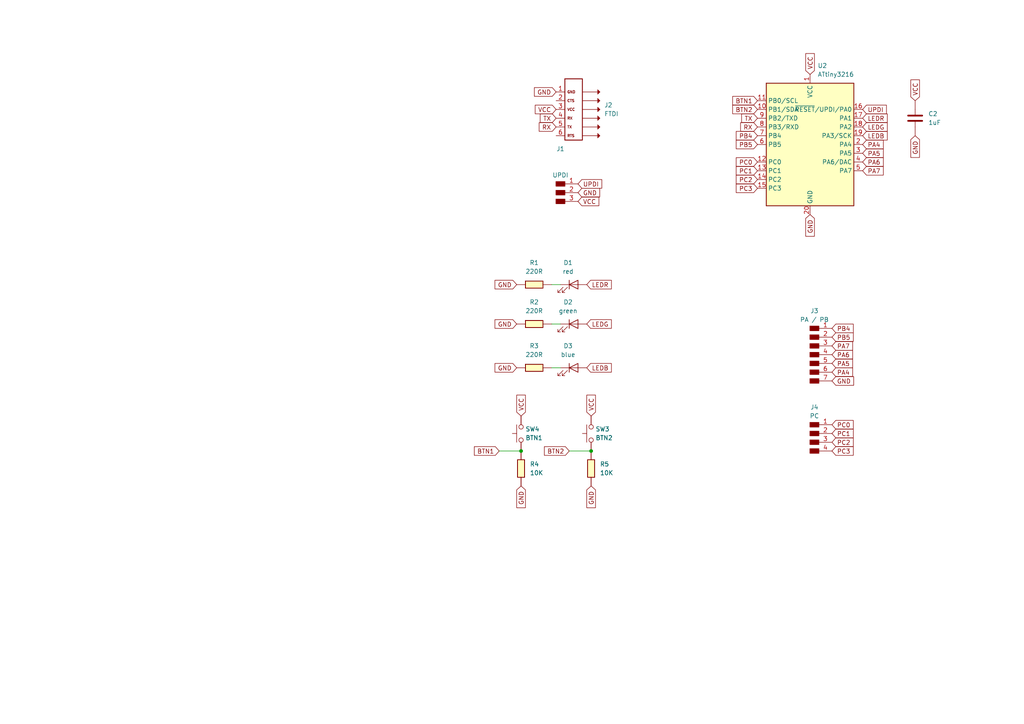
<source format=kicad_sch>
(kicad_sch (version 20231120) (generator "eeschema") (generator_version "8.0")
  (paper "A4")
  (lib_symbols
    (symbol "fab:C_1206" (pin_numbers hide)
      (property "Reference" "C" (at 0.635 2.54 0))
      (property "Value" "C_1206" (at 0.635 -2.54 0))
      (symbol "C_1206_0_1"
        (polyline (pts (xy -2.032 -0.762) (xy 2.032 -0.762)) (stroke (width 0.508)))
        (polyline (pts (xy -2.032 0.762) (xy 2.032 0.762)) (stroke (width 0.508)))
        (polyline (pts (xy 0 -0.635) (xy 0 -2.54)))
        (polyline (pts (xy 0 0.635) (xy 0 2.54)))
      )
      (symbol "C_1206_1_1"
        (pin passive line (at 0 5.08 270) (length 2.54) (name "~") (number "1"))
        (pin passive line (at 0 -5.08 90) (length 2.54) (name "~") (number "2"))
      )
    )
    (symbol "fab:Conn_PinHeader_1x03_P2.54mm_Horizontal_SMD" (pin_names hide)
      (property "Reference" "J" (at 0 5.08 0))
      (property "Value" "Conn_PinHeader_1x03_P2.54mm_Horizontal_SMD" (at 0 -5.08 0))
      (symbol "Conn_PinHeader_1x03_P2.54mm_Horizontal_SMD_1_1"
        (rectangle (start -1.27 -1.905) (end 1.27 -3.175) (stroke (width 0.254)) (fill (type outline)))
        (rectangle (start -1.27 0.635) (end 1.27 -0.635) (stroke (width 0.254)) (fill (type outline)))
        (rectangle (start -1.27 3.175) (end 1.27 1.905) (stroke (width 0.254)) (fill (type outline)))
        (pin passive line (at 5.08 2.54 180) (length 3.81) (name "Pin_1") (number "1"))
        (pin passive line (at 5.08 0 180) (length 3.81) (name "Pin_2") (number "2"))
        (pin passive line (at 5.08 -2.54 180) (length 3.81) (name "Pin_3") (number "3"))
      )
    )
    (symbol "fab:Conn_PinHeader_1x04_P2.54mm_Vertical_THT_D1mm" (pin_names hide)
      (property "Reference" "J" (at 0 5.08 0))
      (property "Value" "Conn_PinHeader_1x04_P2.54mm_Vertical_THT_D1mm" (at 0 -7.62 0))
      (symbol "Conn_PinHeader_1x04_P2.54mm_Vertical_THT_D1mm_1_1"
        (rectangle (start -1.27 -4.445) (end 1.27 -5.715) (stroke (width 0.254)) (fill (type outline)))
        (rectangle (start -1.27 -1.905) (end 1.27 -3.175) (stroke (width 0.254)) (fill (type outline)))
        (rectangle (start -1.27 0.635) (end 1.27 -0.635) (stroke (width 0.254)) (fill (type outline)))
        (rectangle (start -1.27 3.175) (end 1.27 1.905) (stroke (width 0.254)) (fill (type outline)))
        (pin passive line (at 5.08 2.54 180) (length 3.81) (name "Pin_1") (number "1"))
        (pin passive line (at 5.08 0 180) (length 3.81) (name "Pin_2") (number "2"))
        (pin passive line (at 5.08 -2.54 180) (length 3.81) (name "Pin_3") (number "3"))
        (pin passive line (at 5.08 -5.08 180) (length 3.81) (name "Pin_4") (number "4"))
      )
    )
    (symbol "fab:Conn_PinHeader_1x07_P2.54mm_Horizontal_SMD" (pin_names hide)
      (property "Reference" "J" (at 0 10.16 0))
      (property "Value" "Conn_PinHeader_1x07_P2.54mm_Horizontal_SMD" (at 0 -10.16 0))
      (symbol "Conn_PinHeader_1x07_P2.54mm_Horizontal_SMD_1_1"
        (rectangle (start -1.27 -6.985) (end 1.27 -8.255) (stroke (width 0.254)) (fill (type outline)))
        (rectangle (start -1.27 -4.445) (end 1.27 -5.715) (stroke (width 0.254)) (fill (type outline)))
        (rectangle (start -1.27 -1.905) (end 1.27 -3.175) (stroke (width 0.254)) (fill (type outline)))
        (rectangle (start -1.27 0.635) (end 1.27 -0.635) (stroke (width 0.254)) (fill (type outline)))
        (rectangle (start -1.27 3.175) (end 1.27 1.905) (stroke (width 0.254)) (fill (type outline)))
        (rectangle (start -1.27 5.715) (end 1.27 4.445) (stroke (width 0.254)) (fill (type outline)))
        (rectangle (start -1.27 8.255) (end 1.27 6.985) (stroke (width 0.254)) (fill (type outline)))
        (pin passive line (at 5.08 7.62 180) (length 3.81) (name "Pin_1") (number "1"))
        (pin passive line (at 5.08 5.08 180) (length 3.81) (name "Pin_2") (number "2"))
        (pin passive line (at 5.08 2.54 180) (length 3.81) (name "Pin_3") (number "3"))
        (pin passive line (at 5.08 0 180) (length 3.81) (name "Pin_4") (number "4"))
        (pin passive line (at 5.08 -2.54 180) (length 3.81) (name "Pin_5") (number "5"))
        (pin passive line (at 5.08 -5.08 180) (length 3.81) (name "Pin_6") (number "6"))
        (pin passive line (at 5.08 -7.62 180) (length 3.81) (name "Pin_7") (number "7"))
      )
    )
    (symbol "fab:Conn_PinHeader_FTDI_1x06_P2.54mm_Horizontal_SMD"
      (property "Reference" "J" (at 0 10.16 0))
      (property "Value" "Conn_PinHeader_FTDI_1x06_P2.54mm_Horizontal_SMD" (at 0 -10.16 0))
      (symbol "Conn_PinHeader_FTDI_1x06_P2.54mm_Horizontal_SMD_0_0"
        (polyline (pts (xy 2.54 -7.62) (xy 7.62 -7.62)))
        (polyline (pts (xy 2.54 -5.08) (xy 7.62 -5.08)))
        (polyline (pts (xy 2.54 -2.54) (xy 7.62 -2.54)))
        (polyline (pts (xy 2.54 0) (xy 7.62 0)))
        (polyline (pts (xy 2.54 2.54) (xy 7.62 2.54)))
        (polyline (pts (xy 2.54 5.08) (xy 7.62 5.08)))
        (polyline (pts (xy 6.985 -6.985) (xy 7.62 -7.62) (xy 6.985 -8.255) (xy 6.985 -6.985)) (fill (type outline)))
        (polyline (pts (xy 6.985 -4.445) (xy 7.62 -5.08) (xy 6.985 -5.715) (xy 6.985 -4.445)) (fill (type outline)))
        (polyline (pts (xy 6.985 -1.905) (xy 7.62 -2.54) (xy 6.985 -3.175) (xy 6.985 -1.905)) (fill (type outline)))
        (polyline (pts (xy 6.985 0.635) (xy 7.62 0) (xy 6.985 -0.635) (xy 6.985 0.635)) (fill (type outline)))
        (polyline (pts (xy 6.985 3.175) (xy 7.62 2.54) (xy 6.985 1.905) (xy 6.985 3.175)) (fill (type outline)))
        (polyline (pts (xy 6.985 5.715) (xy 7.62 5.08) (xy 6.985 4.445) (xy 6.985 5.715)) (fill (type outline)))
        (text "CTS" (at -1.905 2.54 0) (effects (font (size 0.75 0.75)) (justify left)))
        (text "GND" (at -1.905 5.08 0) (effects (font (size 0.75 0.75)) (justify left)))
        (text "RTS" (at -1.905 -7.62 0) (effects (font (size 0.75 0.75)) (justify left)))
        (text "RX" (at -1.905 -2.54 0) (effects (font (size 0.75 0.75)) (justify left)))
        (text "TX" (at -1.905 -5.08 0) (effects (font (size 0.75 0.75)) (justify left)))
        (text "VCC" (at -1.905 0 0) (effects (font (size 0.75 0.75)) (justify left)))
      )
      (symbol "Conn_PinHeader_FTDI_1x06_P2.54mm_Horizontal_SMD_1_0"
        (rectangle (start -2.54 8.89) (end 2.54 -8.89) (stroke (width 0.254)))
      )
      (symbol "Conn_PinHeader_FTDI_1x06_P2.54mm_Horizontal_SMD_1_1"
        (pin passive line (at -5.08 5.08 0) (length 2.54) (name "") (number "1"))
        (pin passive line (at -5.08 2.54 0) (length 2.54) (name "") (number "2"))
        (pin passive line (at -5.08 0 0) (length 2.54) (name "") (number "3"))
        (pin passive line (at -5.08 -2.54 0) (length 2.54) (name "") (number "4"))
        (pin passive line (at -5.08 -5.08 0) (length 2.54) (name "") (number "5"))
        (pin passive line (at -5.08 -7.62 0) (length 2.54) (name "") (number "6"))
      )
    )
    (symbol "fab:LED_1206" (pin_numbers hide) (pin_names (offset 1.016) hide)
      (property "Reference" "D" (at 0 2.54 0))
      (property "Value" "LED_1206" (at 0 -2.54 0))
      (symbol "LED_1206_0_1"
        (polyline (pts (xy -1.27 -1.27) (xy -1.27 1.27)) (stroke (width 0.2032)))
        (polyline (pts (xy -1.27 0) (xy 1.27 0)))
        (polyline (pts (xy 1.27 -1.27) (xy 1.27 1.27) (xy -1.27 0) (xy 1.27 -1.27)) (stroke (width 0.2032)))
        (polyline (pts (xy -3.048 -0.762) (xy -4.572 -2.286) (xy -3.81 -2.286) (xy -4.572 -2.286) (xy -4.572 -1.524)))
        (polyline (pts (xy -1.778 -0.762) (xy -3.302 -2.286) (xy -2.54 -2.286) (xy -3.302 -2.286) (xy -3.302 -1.524)))
      )
      (symbol "LED_1206_1_1"
        (pin passive line (at -3.81 0 0) (length 2.54) (name "K") (number "1"))
        (pin passive line (at 3.81 0 180) (length 2.54) (name "A") (number "2"))
      )
    )
    (symbol "fab:Microcontroller_ATtiny3216-SFR"
      (property "Reference" "U" (at -12.7 20.32 0))
      (property "Value" "Microcontroller_ATtiny3216-SFR" (at 2.54 20.32 0))
      (symbol "Microcontroller_ATtiny3216-SFR_0_1"
        (rectangle (start -12.7 -17.78) (end 12.7 17.78) (stroke (width 0.254)) (fill (type background)))
      )
      (symbol "Microcontroller_ATtiny3216-SFR_1_1"
        (pin power_in line (at 0 20.32 270) (length 2.54) (name "VCC") (number "1"))
        (pin bidirectional line (at -15.24 10.16 0) (length 2.54) (name "PB1/SDA") (number "10"))
        (pin bidirectional line (at -15.24 12.7 0) (length 2.54) (name "PB0/SCL") (number "11"))
        (pin bidirectional line (at -15.24 -5.08 0) (length 2.54) (name "PC0") (number "12"))
        (pin bidirectional line (at -15.24 -7.62 0) (length 2.54) (name "PC1") (number "13"))
        (pin bidirectional line (at -15.24 -10.16 0) (length 2.54) (name "PC2") (number "14"))
        (pin bidirectional line (at -15.24 -12.7 0) (length 2.54) (name "PC3") (number "15"))
        (pin bidirectional line (at 15.24 10.16 180) (length 2.54) (name "~{RESET}/UPDI/PA0") (number "16"))
        (pin bidirectional line (at 15.24 7.62 180) (length 2.54) (name "PA1") (number "17"))
        (pin bidirectional line (at 15.24 5.08 180) (length 2.54) (name "PA2") (number "18"))
        (pin bidirectional line (at 15.24 2.54 180) (length 2.54) (name "PA3/SCK") (number "19"))
        (pin bidirectional line (at 15.24 0 180) (length 2.54) (name "PA4") (number "2"))
        (pin power_in line (at 0 -20.32 90) (length 2.54) (name "GND") (number "20"))
        (pin bidirectional line (at 15.24 -2.54 180) (length 2.54) (name "PA5") (number "3"))
        (pin bidirectional line (at 15.24 -5.08 180) (length 2.54) (name "PA6/DAC") (number "4"))
        (pin bidirectional line (at 15.24 -7.62 180) (length 2.54) (name "PA7") (number "5"))
        (pin bidirectional line (at -15.24 0 0) (length 2.54) (name "PB5") (number "6"))
        (pin bidirectional line (at -15.24 2.54 0) (length 2.54) (name "PB4") (number "7"))
        (pin bidirectional line (at -15.24 5.08 0) (length 2.54) (name "PB3/RXD") (number "8"))
        (pin bidirectional line (at -15.24 7.62 0) (length 2.54) (name "PB2/TXD") (number "9"))
      )
    )
    (symbol "fab:R_1206" (pin_numbers hide) (pin_names (offset 0))
      (property "Reference" "R" (at 2.54 0 90))
      (property "Value" "R_1206" (at -2.54 0 90))
      (symbol "R_1206_0_1"
        (rectangle (start -1.016 -2.54) (end 1.016 2.54) (stroke (width 0.254)) (fill (type background)))
      )
      (symbol "R_1206_1_1"
        (pin passive line (at 0 5.08 270) (length 2.54) (name "~") (number "1"))
        (pin passive line (at 0 -5.08 90) (length 2.54) (name "~") (number "2"))
      )
    )
    (symbol "fab:Switch_Tactile_CUIDevices" (pin_numbers hide) (pin_names hide)
      (property "Reference" "SW" (at 1.905 3.175 0))
      (property "Value" "Switch_Tactile_CUIDevices" (at 0 0 0))
      (symbol "Switch_Tactile_CUIDevices_0_1"
        (circle (center -1.905 0) (radius 0.635))
        (polyline (pts (xy -2.54 1.27) (xy 2.54 1.27)))
        (polyline (pts (xy 0 1.27) (xy 0 2.54)))
        (circle (center 1.905 0) (radius 0.635))
      )
      (symbol "Switch_Tactile_CUIDevices_1_1"
        (pin input line (at -5.08 0 0) (length 2.54) (name "") (number "1"))
        (pin input line (at -5.08 0 0) (length 2.54) hide (name "") (number "2"))
        (pin input line (at 5.08 0 180) (length 2.54) (name "") (number "3"))
        (pin input line (at 5.08 0 180) (length 2.54) hide (name "") (number "4"))
      )
    )
  )
  (junction (at 151.13 130.81))
  (junction (at 171.45 130.81))
  (wire (pts (xy 160.02 106.68) (xy 162.56 106.68)))
  (wire (pts (xy 165.1 130.81) (xy 171.45 130.81)))
  (wire (pts (xy 160.02 93.98) (xy 162.56 93.98)))
  (wire (pts (xy 144.78 130.81) (xy 151.13 130.81)))
  (wire (pts (xy 160.02 82.55) (xy 162.56 82.55)))
  (global_label "PA6" (shape input) (at 250.19 46.99 0) (property "Intersheetrefs" "${INTERSHEET_REFS}" (effects (hide yes))))
  (global_label "LEDB" (shape input) (at 170.18 106.68 0) (property "Intersheetrefs" "${INTERSHEET_REFS}" (effects (hide yes))))
  (global_label "LEDB" (shape input) (at 250.19 39.37 0) (property "Intersheetrefs" "${INTERSHEET_REFS}" (effects (hide yes))))
  (global_label "VCC" (shape input) (at 151.13 120.65 90) (property "Intersheetrefs" "${INTERSHEET_REFS}" (effects (hide yes))))
  (global_label "PB4" (shape input) (at 241.3 95.25 0) (property "Intersheetrefs" "${INTERSHEET_REFS}" (effects (hide yes))))
  (global_label "VCC" (shape input) (at 171.45 120.65 90) (property "Intersheetrefs" "${INTERSHEET_REFS}" (effects (hide yes))))
  (global_label "VCC" (shape input) (at 161.29 31.75 180) (property "Intersheetrefs" "${INTERSHEET_REFS}" (effects (hide yes))))
  (global_label "GND" (shape input) (at 234.95 62.23 270) (property "Intersheetrefs" "${INTERSHEET_REFS}" (effects (hide yes))))
  (global_label "BTN2" (shape input) (at 165.1 130.81 180) (property "Intersheetrefs" "${INTERSHEET_REFS}" (effects (hide yes))))
  (global_label "GND" (shape input) (at 265.43 39.37 270) (property "Intersheetrefs" "${INTERSHEET_REFS}" (effects (hide yes))))
  (global_label "PC1" (shape input) (at 241.3 125.73 0) (property "Intersheetrefs" "${INTERSHEET_REFS}" (effects (hide yes))))
  (global_label "GND" (shape input) (at 151.13 140.97 270) (property "Intersheetrefs" "${INTERSHEET_REFS}" (effects (hide yes))))
  (global_label "PC0" (shape input) (at 241.3 123.19 0) (property "Intersheetrefs" "${INTERSHEET_REFS}" (effects (hide yes))))
  (global_label "PB5" (shape input) (at 219.71 41.91 180) (property "Intersheetrefs" "${INTERSHEET_REFS}" (effects (hide yes))))
  (global_label "RX" (shape input) (at 219.71 36.83 180) (property "Intersheetrefs" "${INTERSHEET_REFS}" (effects (hide yes))))
  (global_label "VCC" (shape input) (at 265.43 29.21 90) (property "Intersheetrefs" "${INTERSHEET_REFS}" (effects (hide yes))))
  (global_label "GND" (shape input) (at 171.45 140.97 270) (property "Intersheetrefs" "${INTERSHEET_REFS}" (effects (hide yes))))
  (global_label "PC3" (shape input) (at 241.3 130.81 0) (property "Intersheetrefs" "${INTERSHEET_REFS}" (effects (hide yes))))
  (global_label "GND" (shape input) (at 149.86 93.98 180) (property "Intersheetrefs" "${INTERSHEET_REFS}" (effects (hide yes))))
  (global_label "PA6" (shape input) (at 241.3 102.87 0) (property "Intersheetrefs" "${INTERSHEET_REFS}" (effects (hide yes))))
  (global_label "GND" (shape input) (at 167.64 55.88 0) (property "Intersheetrefs" "${INTERSHEET_REFS}" (effects (hide yes))))
  (global_label "PA4" (shape input) (at 241.3 107.95 0) (property "Intersheetrefs" "${INTERSHEET_REFS}" (effects (hide yes))))
  (global_label "PA4" (shape input) (at 250.19 41.91 0) (property "Intersheetrefs" "${INTERSHEET_REFS}" (effects (hide yes))))
  (global_label "RX" (shape input) (at 161.29 36.83 180) (property "Intersheetrefs" "${INTERSHEET_REFS}" (effects (hide yes))))
  (global_label "PA7" (shape input) (at 241.3 100.33 0) (property "Intersheetrefs" "${INTERSHEET_REFS}" (effects (hide yes))))
  (global_label "PC3" (shape input) (at 219.71 54.61 180) (property "Intersheetrefs" "${INTERSHEET_REFS}" (effects (hide yes))))
  (global_label "UPDI" (shape input) (at 167.64 53.34 0) (property "Intersheetrefs" "${INTERSHEET_REFS}" (effects (hide yes))))
  (global_label "VCC" (shape input) (at 167.64 58.42 0) (property "Intersheetrefs" "${INTERSHEET_REFS}" (effects (hide yes))))
  (global_label "PC2" (shape input) (at 219.71 52.07 180) (property "Intersheetrefs" "${INTERSHEET_REFS}" (effects (hide yes))))
  (global_label "PA5" (shape input) (at 241.3 105.41 0) (property "Intersheetrefs" "${INTERSHEET_REFS}" (effects (hide yes))))
  (global_label "BTN1" (shape input) (at 219.71 29.21 180) (property "Intersheetrefs" "${INTERSHEET_REFS}" (effects (hide yes))))
  (global_label "VCC" (shape input) (at 234.95 21.59 90) (property "Intersheetrefs" "${INTERSHEET_REFS}" (effects (hide yes))))
  (global_label "TX" (shape input) (at 219.71 34.29 180) (property "Intersheetrefs" "${INTERSHEET_REFS}" (effects (hide yes))))
  (global_label "GND" (shape input) (at 149.86 82.55 180) (property "Intersheetrefs" "${INTERSHEET_REFS}" (effects (hide yes))))
  (global_label "GND" (shape input) (at 241.3 110.49 0) (property "Intersheetrefs" "${INTERSHEET_REFS}" (effects (hide yes))))
  (global_label "LEDR" (shape input) (at 170.18 82.55 0) (property "Intersheetrefs" "${INTERSHEET_REFS}" (effects (hide yes))))
  (global_label "LEDG" (shape input) (at 170.18 93.98 0) (property "Intersheetrefs" "${INTERSHEET_REFS}" (effects (hide yes))))
  (global_label "GND" (shape input) (at 161.29 26.67 180) (property "Intersheetrefs" "${INTERSHEET_REFS}" (effects (hide yes))))
  (global_label "PC1" (shape input) (at 219.71 49.53 180) (property "Intersheetrefs" "${INTERSHEET_REFS}" (effects (hide yes))))
  (global_label "PC2" (shape input) (at 241.3 128.27 0) (property "Intersheetrefs" "${INTERSHEET_REFS}" (effects (hide yes))))
  (global_label "PC0" (shape input) (at 219.71 46.99 180) (property "Intersheetrefs" "${INTERSHEET_REFS}" (effects (hide yes))))
  (global_label "PB5" (shape input) (at 241.3 97.79 0) (property "Intersheetrefs" "${INTERSHEET_REFS}" (effects (hide yes))))
  (global_label "LEDG" (shape input) (at 250.19 36.83 0) (property "Intersheetrefs" "${INTERSHEET_REFS}" (effects (hide yes))))
  (global_label "LEDR" (shape input) (at 250.19 34.29 0) (property "Intersheetrefs" "${INTERSHEET_REFS}" (effects (hide yes))))
  (global_label "UPDI" (shape input) (at 250.19 31.75 0) (property "Intersheetrefs" "${INTERSHEET_REFS}" (effects (hide yes))))
  (global_label "BTN1" (shape input) (at 144.78 130.81 180) (property "Intersheetrefs" "${INTERSHEET_REFS}" (effects (hide yes))))
  (global_label "BTN2" (shape input) (at 219.71 31.75 180) (property "Intersheetrefs" "${INTERSHEET_REFS}" (effects (hide yes))))
  (global_label "TX" (shape input) (at 161.29 34.29 180) (property "Intersheetrefs" "${INTERSHEET_REFS}" (effects (hide yes))))
  (global_label "PA5" (shape input) (at 250.19 44.45 0) (property "Intersheetrefs" "${INTERSHEET_REFS}" (effects (hide yes))))
  (global_label "PA7" (shape input) (at 250.19 49.53 0) (property "Intersheetrefs" "${INTERSHEET_REFS}" (effects (hide yes))))
  (global_label "PB4" (shape input) (at 219.71 39.37 180) (property "Intersheetrefs" "${INTERSHEET_REFS}" (effects (hide yes))))
  (global_label "GND" (shape input) (at 149.86 106.68 180) (property "Intersheetrefs" "${INTERSHEET_REFS}" (effects (hide yes))))
  (symbol (lib_id "fab:R_1206") (at 154.94 82.55 90) (unit 1)
    (property "Reference" "R1" (at 154.94 76.2 90))
    (property "Value" "220R" (at 154.94 78.74 90))
    (property "Footprint" "fab:R_1206" (effects (hide yes)))
    (property "Description" "Resistor" (effects (hide yes)))
  )
  (symbol (lib_id "fab:R_1206") (at 154.94 93.98 90) (unit 1)
    (property "Reference" "R2" (at 154.94 87.63 90))
    (property "Value" "220R" (at 154.94 90.17 90))
    (property "Footprint" "fab:R_1206" (effects (hide yes)))
    (property "Description" "Resistor" (effects (hide yes)))
  )
  (symbol (lib_id "fab:R_1206") (at 154.94 106.68 90) (unit 1)
    (property "Reference" "R3" (at 154.94 100.33 90))
    (property "Value" "220R" (at 154.94 102.87 90))
    (property "Footprint" "fab:R_1206" (effects (hide yes)))
    (property "Description" "Resistor" (effects (hide yes)))
  )
  (symbol (lib_id "fab:C_1206") (at 265.43 34.29 0) (unit 1)
    (property "Reference" "C2" (at 269.24 33.0199 0) (effects (justify left)))
    (property "Value" "1uF" (at 269.24 35.5599 0) (effects (justify left)))
    (property "Footprint" "fab:C_1206" (effects (hide yes)))
    (property "Datasheet" "https://www.yageo.com/upload/media/product/productsearch/datasheet/mlcc/UPY-GP_NP0_16V-to-50V_18.pdf" (effects (hide yes)))
    (property "Description" "Unpolarized capacitor, SMD, 1206" (effects (hide yes)))
  )
  (symbol (lib_id "fab:LED_1206") (at 166.37 82.55 0) (unit 1)
    (property "Reference" "D1" (at 164.7698 76.2 0))
    (property "Value" "red" (at 164.7698 78.74 0))
    (property "Footprint" "fab:LED_1206" (effects (hide yes)))
    (property "Datasheet" "https://optoelectronics.liteon.com/upload/download/DS-22-98-0002/LTST-C150CKT.pdf" (effects (hide yes)))
    (property "Description" "Light emitting diode, Lite-On Inc. LTST, SMD" (effects (hide yes)))
  )
  (symbol (lib_id "fab:Microcontroller_ATtiny3216-SFR") (at 234.95 41.91 0) (unit 1)
    (property "Reference" "U2" (at 237.1441 19.05 0) (effects (justify left)))
    (property "Value" "ATtiny3216" (at 237.1441 21.59 0) (effects (justify left)))
    (property "Footprint" "fab:SOIC-20_7.5x12.8mm_P1.27mm" (effects (hide yes)))
    (property "Datasheet" "http://ww1.microchip.com/downloads/en/DeviceDoc/ATtiny3216_ATtiny1616-data-sheet-40001997B.pdf" (effects (hide yes)))
    (property "Description" "AVR tinyAVR™ 1 Microcontroller IC 8-Bit 20MHz 32KB (32K x 8) FLASH 20-SOIC" (effects (hide yes)))
  )
  (symbol (lib_id "fab:LED_1206") (at 166.37 106.68 0) (unit 1)
    (property "Reference" "D3" (at 164.7698 100.33 0))
    (property "Value" "blue" (at 164.7698 102.87 0))
    (property "Footprint" "fab:LED_1206" (effects (hide yes)))
    (property "Datasheet" "https://optoelectronics.liteon.com/upload/download/DS-22-98-0002/LTST-C150CKT.pdf" (effects (hide yes)))
    (property "Description" "Light emitting diode, Lite-On Inc. LTST, SMD" (effects (hide yes)))
  )
  (symbol (lib_id "fab:R_1206") (at 151.13 135.89 0) (unit 1)
    (property "Reference" "R4" (at 153.67 134.6199 0) (effects (justify left)))
    (property "Value" "10K" (at 153.67 137.1599 0) (effects (justify left)))
    (property "Footprint" "fab:R_1206" (effects (hide yes)))
    (property "Description" "Resistor" (effects (hide yes)))
  )
  (symbol (lib_id "fab:Switch_Tactile_CUIDevices") (at 171.45 125.73 90) (unit 1)
    (property "Reference" "SW3" (at 172.72 124.4599 90) (effects (justify right)))
    (property "Value" "BTN2" (at 172.72 126.9999 90) (effects (justify right)))
    (property "Footprint" "fab:Button_CUIDevices_TS04-66-43-BK-260-SMT_6.0x6.0mm" (effects (hide yes)))
    (property "Datasheet" "https://www.cuidevices.com/product/resource/ts04.pdf" (effects (hide yes)))
    (property "Description" "SWITCH TACTILE SPST-NO 0.05A 15V" (effects (hide yes)))
  )
  (symbol (lib_id "fab:LED_1206") (at 166.37 93.98 0) (unit 1)
    (property "Reference" "D2" (at 164.7698 87.63 0))
    (property "Value" "green" (at 164.7698 90.17 0))
    (property "Footprint" "fab:LED_1206" (effects (hide yes)))
    (property "Datasheet" "https://optoelectronics.liteon.com/upload/download/DS-22-98-0002/LTST-C150CKT.pdf" (effects (hide yes)))
    (property "Description" "Light emitting diode, Lite-On Inc. LTST, SMD" (effects (hide yes)))
  )
  (symbol (lib_id "fab:Conn_PinHeader_FTDI_1x06_P2.54mm_Horizontal_SMD") (at 166.37 31.75 0) (unit 1)
    (property "Reference" "J2" (at 175.26 30.4799 0) (effects (justify left)))
    (property "Value" "FTDI" (at 175.26 33.0199 0) (effects (justify left)))
    (property "Footprint" "fab:PinHeader_1x06_P2.54mm_Horizontal_SMD" (effects (hide yes)))
    (property "Description" "FTDI header connector, usually used on the target board side" (effects (hide yes)))
  )
  (symbol (lib_id "fab:Conn_PinHeader_1x03_P2.54mm_Horizontal_SMD") (at 162.56 55.88 0) (unit 1)
    (property "Reference" "J1" (at 162.56 43.18 0))
    (property "Value" "UPDI" (at 162.56 50.8 0))
    (property "Footprint" "fab:PinHeader_1x03_P2.54mm_Horizontal_SMD" (effects (hide yes)))
    (property "Description" "Male connector, single row" (effects (hide yes)))
  )
  (symbol (lib_id "fab:Conn_PinHeader_1x04_P2.54mm_Vertical_THT_D1mm") (at 236.22 125.73 0) (unit 1)
    (property "Reference" "J4" (at 236.22 118.11 0))
    (property "Value" "PC" (at 236.22 120.65 0))
    (property "Footprint" "fab:PinHeader_1x04_P2.54mm_Vertical_THT_D1mm" (effects (hide yes)))
    (property "Description" "Male connector, single row" (effects (hide yes)))
  )
  (symbol (lib_id "fab:Conn_PinHeader_1x07_P2.54mm_Horizontal_SMD") (at 236.22 102.87 0) (unit 1)
    (property "Reference" "J3" (at 236.22 90.17 0))
    (property "Value" "PA / PB" (at 236.22 92.71 0))
    (property "Footprint" "fab:PinHeader_1x07_P2.54mm_Horizontal_SMD" (effects (hide yes)))
    (property "Description" "Male connector, single row" (effects (hide yes)))
  )
  (symbol (lib_id "fab:R_1206") (at 171.45 135.89 0) (unit 1)
    (property "Reference" "R5" (at 173.99 134.6199 0) (effects (justify left)))
    (property "Value" "10K" (at 173.99 137.1599 0) (effects (justify left)))
    (property "Footprint" "fab:R_1206" (effects (hide yes)))
    (property "Description" "Resistor" (effects (hide yes)))
  )
  (symbol (lib_id "fab:Switch_Tactile_CUIDevices") (at 151.13 125.73 90) (unit 1)
    (property "Reference" "SW4" (at 152.4 124.4599 90) (effects (justify right)))
    (property "Value" "BTN1" (at 152.4 126.9999 90) (effects (justify right)))
    (property "Footprint" "fab:Button_CUIDevices_TS04-66-43-BK-260-SMT_6.0x6.0mm" (effects (hide yes)))
    (property "Datasheet" "https://www.cuidevices.com/product/resource/ts04.pdf" (effects (hide yes)))
    (property "Description" "SWITCH TACTILE SPST-NO 0.05A 15V" (effects (hide yes)))
  )
)
</source>
